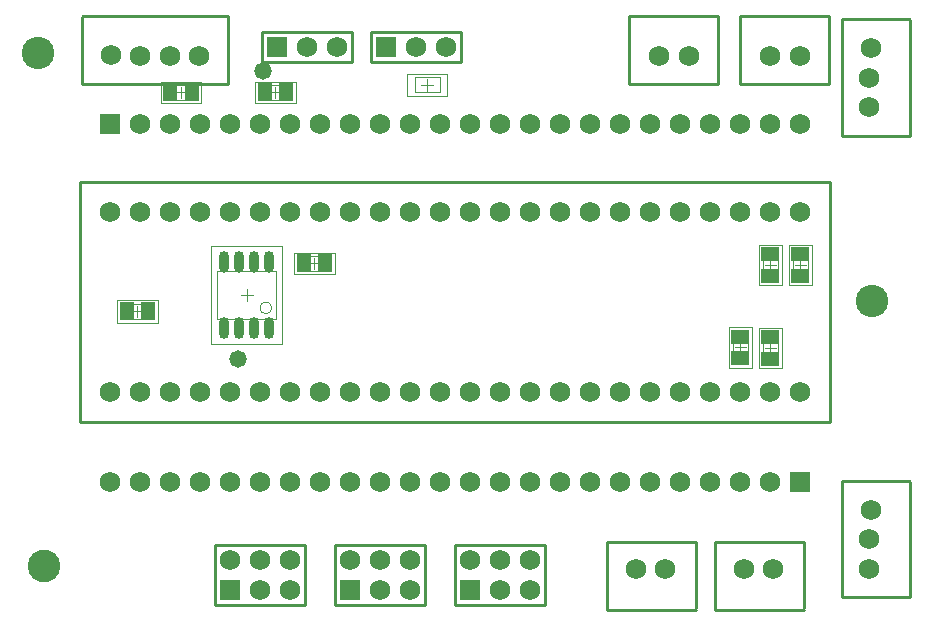
<source format=gbs>
G04*
G04 #@! TF.GenerationSoftware,Altium Limited,Altium Designer,19.1.8 (144)*
G04*
G04 Layer_Color=16711935*
%FSLAX25Y25*%
%MOIN*%
G70*
G01*
G75*
%ADD11C,0.01000*%
%ADD12C,0.00394*%
%ADD13C,0.00197*%
%ADD15R,0.04934X0.06312*%
%ADD16C,0.06800*%
%ADD17R,0.06800X0.06800*%
%ADD18C,0.10800*%
%ADD19O,0.10800X0.10848*%
%ADD20C,0.05800*%
%ADD32R,0.04934X0.05918*%
%ADD33R,0.06312X0.04934*%
%ADD34O,0.03359X0.07296*%
D11*
X26000Y70000D02*
Y150000D01*
Y70000D02*
X276000D01*
X26000Y150000D02*
X276000D01*
Y70000D02*
Y150000D01*
X279748Y50488D02*
X302189D01*
X302386Y50291D01*
Y11709D02*
Y50291D01*
X279748Y11709D02*
X302386D01*
X279748D02*
Y50488D01*
Y165551D02*
Y204331D01*
Y165551D02*
X302386D01*
Y204134D01*
X302189Y204331D02*
X302386Y204134D01*
X279748Y204331D02*
X302189D01*
X245843Y183000D02*
Y205000D01*
Y205386D02*
X275488D01*
Y182748D02*
Y205386D01*
X245843Y182748D02*
X275488D01*
X231157Y8000D02*
Y30000D01*
X201512Y7614D02*
X231157D01*
X201512D02*
Y30252D01*
X231157D01*
X208842Y182748D02*
X238488D01*
Y205386D01*
X208842D02*
X238488D01*
X208842Y183000D02*
Y205000D01*
X26512Y182748D02*
Y205189D01*
X26709Y205386D01*
X75134D01*
Y182748D02*
Y205386D01*
X26512Y182748D02*
X75134D01*
X26512D02*
Y192394D01*
X237512Y30252D02*
X267158D01*
X237512Y7614D02*
Y30252D01*
Y7614D02*
X267158D01*
Y8000D02*
Y30000D01*
X153000Y190000D02*
Y200000D01*
X122999D02*
X153000D01*
X122999Y190000D02*
Y200000D01*
Y190000D02*
X153000D01*
X116500D02*
Y200000D01*
X86499D02*
X116500D01*
X86499Y190000D02*
Y200000D01*
Y190000D02*
X116500D01*
X181000Y9000D02*
Y19000D01*
X150999Y9000D02*
Y19000D01*
Y9000D02*
X181000D01*
Y19000D02*
Y29000D01*
X150999D02*
X181000D01*
X150999Y19000D02*
Y29000D01*
X101000Y9000D02*
Y19000D01*
X70999Y9000D02*
Y19000D01*
Y9000D02*
X101000D01*
Y19000D02*
Y29000D01*
X70999D02*
X101000D01*
X70999Y19000D02*
Y29000D01*
X141000Y9000D02*
Y19000D01*
X110999Y9000D02*
Y19000D01*
Y9000D02*
X141000D01*
Y19000D02*
Y29000D01*
X110999D02*
X141000D01*
X110999Y19000D02*
Y29000D01*
D12*
X89768Y108169D02*
G03*
X89768Y108169I-1969J0D01*
G01*
X55409Y177520D02*
Y182480D01*
X63874D01*
X55409Y177520D02*
X63874D01*
Y182480D01*
X86768Y177520D02*
Y182480D01*
Y177520D02*
X95232D01*
X86768Y182480D02*
X95232D01*
Y177520D02*
Y182480D01*
X253520Y118268D02*
Y126732D01*
X258480Y118268D02*
Y126732D01*
X253520D02*
X258480D01*
X253520Y118268D02*
X258480D01*
X243520Y90768D02*
Y99232D01*
X248480Y90768D02*
Y99232D01*
X243520D02*
X248480D01*
X243520Y90768D02*
X248480D01*
X258480Y90626D02*
Y99090D01*
X253520Y90626D02*
Y99090D01*
Y90626D02*
X258480D01*
X253520Y99090D02*
X258480D01*
X268480Y118126D02*
Y126591D01*
X263520Y118126D02*
Y126591D01*
Y118126D02*
X268480D01*
X263520Y126591D02*
X268480D01*
X49232Y104520D02*
Y109480D01*
X40768Y104520D02*
X49232D01*
X40768D02*
Y109480D01*
X49232D01*
X99768Y120520D02*
Y125480D01*
Y120520D02*
X108232D01*
X99768Y125480D02*
X108232D01*
Y120520D02*
Y125480D01*
X71658Y104626D02*
Y120374D01*
X91343D01*
X71658Y104626D02*
X91343D01*
Y120374D01*
X137409Y180020D02*
Y184980D01*
X145874Y180020D02*
Y184980D01*
X137409D02*
X145874D01*
X137409Y180020D02*
X145874D01*
X59642Y178032D02*
Y181968D01*
X57673Y180000D02*
X61610D01*
X91000Y178032D02*
Y181968D01*
X89031Y180000D02*
X92968D01*
X254031Y122500D02*
X257968D01*
X256000Y120531D02*
Y124469D01*
X244032Y95000D02*
X247969D01*
X246000Y93032D02*
Y96969D01*
X254031Y94858D02*
X257968D01*
X256000Y92890D02*
Y96827D01*
X264032Y122358D02*
X267969D01*
X266000Y120390D02*
Y124327D01*
X43031Y107000D02*
X46968D01*
X45000Y105032D02*
Y108968D01*
X102032Y123000D02*
X105968D01*
X104000Y121031D02*
Y124969D01*
X81500Y110531D02*
Y114469D01*
X79532Y112500D02*
X83469D01*
X139673Y182500D02*
X143610D01*
X141642Y180532D02*
Y184468D01*
D13*
X52949Y183543D02*
X66335D01*
Y176457D02*
Y183543D01*
X52949Y176457D02*
Y183543D01*
Y176457D02*
X66335D01*
X84307D02*
X97693D01*
X84307D02*
Y183543D01*
X97693Y176457D02*
Y183543D01*
X84307D02*
X97693D01*
X252260Y115807D02*
Y129193D01*
X259740Y115807D02*
Y129193D01*
X252260D02*
X259740D01*
X252260Y115807D02*
X259740D01*
X242260Y88307D02*
Y101693D01*
X249740Y88307D02*
Y101693D01*
X242260D02*
X249740D01*
X242260Y88307D02*
X249740D01*
X259740Y88165D02*
Y101551D01*
X252260Y88165D02*
Y101551D01*
Y88165D02*
X259740D01*
X252260Y101551D02*
X259740D01*
X269740Y115665D02*
Y129051D01*
X262260Y115665D02*
Y129051D01*
Y115665D02*
X269740D01*
X262260Y129051D02*
X269740D01*
X51693Y103260D02*
Y110740D01*
X38307Y103260D02*
X51693D01*
X38307Y110740D02*
X51693D01*
X38307Y103260D02*
Y110740D01*
X97307Y119457D02*
X110693D01*
X97307D02*
Y126543D01*
X110693Y119457D02*
Y126543D01*
X97307D02*
X110693D01*
X69689Y96161D02*
Y128839D01*
X93311D01*
X69689Y96161D02*
X93311D01*
Y128839D01*
X134949Y178760D02*
Y186240D01*
X148335Y178760D02*
Y186240D01*
X134949D02*
X148335D01*
X134949Y178760D02*
X148335D01*
D15*
X48642Y107000D02*
D03*
X41358D02*
D03*
D16*
X289000Y21158D02*
D03*
Y31000D02*
D03*
X289394Y40843D02*
D03*
Y194685D02*
D03*
X289000Y184843D02*
D03*
Y175000D02*
D03*
X265843Y192000D02*
D03*
X256000D02*
D03*
X211157Y21000D02*
D03*
X221000D02*
D03*
X56000Y80000D02*
D03*
X76000D02*
D03*
X66000D02*
D03*
X46000D02*
D03*
X36000D02*
D03*
X106000D02*
D03*
X96000D02*
D03*
X86000D02*
D03*
X126000D02*
D03*
X116000D02*
D03*
X46000Y140000D02*
D03*
X36000D02*
D03*
X66000D02*
D03*
X56000D02*
D03*
X86000D02*
D03*
X76000D02*
D03*
X106000D02*
D03*
X96000D02*
D03*
X126000D02*
D03*
X116000D02*
D03*
X176000Y80000D02*
D03*
X196000D02*
D03*
X186000D02*
D03*
X146000D02*
D03*
X136000D02*
D03*
X166000D02*
D03*
X156000D02*
D03*
X216000D02*
D03*
X206000D02*
D03*
X236000D02*
D03*
X226000D02*
D03*
X266000D02*
D03*
X246000D02*
D03*
X176000Y140000D02*
D03*
X196000D02*
D03*
X186000D02*
D03*
X146000D02*
D03*
X136000D02*
D03*
X166000D02*
D03*
X156000D02*
D03*
X216000D02*
D03*
X206000D02*
D03*
X256000Y80000D02*
D03*
X226000Y140000D02*
D03*
X246000D02*
D03*
X236000D02*
D03*
X266000D02*
D03*
X256000D02*
D03*
X219000Y192000D02*
D03*
X228842D02*
D03*
X65685D02*
D03*
X55843D02*
D03*
X46000D02*
D03*
X36158Y192394D02*
D03*
X257000Y21000D02*
D03*
X247158D02*
D03*
X256000Y169500D02*
D03*
X246000D02*
D03*
X236000D02*
D03*
X226000D02*
D03*
X186000D02*
D03*
X196000D02*
D03*
X206000D02*
D03*
X216000D02*
D03*
X146000D02*
D03*
X156000D02*
D03*
X166000D02*
D03*
X176000D02*
D03*
X106000D02*
D03*
X116000D02*
D03*
X126000D02*
D03*
X136000D02*
D03*
X66000D02*
D03*
X56000D02*
D03*
X46000D02*
D03*
X96000D02*
D03*
X86000D02*
D03*
X76000D02*
D03*
X266000D02*
D03*
X138000Y195000D02*
D03*
X148000D02*
D03*
X101500D02*
D03*
X111500D02*
D03*
X46000Y50000D02*
D03*
X56000D02*
D03*
X66000D02*
D03*
X76000D02*
D03*
X116000D02*
D03*
X106000D02*
D03*
X96000D02*
D03*
X86000D02*
D03*
X156000D02*
D03*
X146000D02*
D03*
X136000D02*
D03*
X126000D02*
D03*
X196000D02*
D03*
X186000D02*
D03*
X176000D02*
D03*
X166000D02*
D03*
X236000D02*
D03*
X246000D02*
D03*
X256000D02*
D03*
X206000D02*
D03*
X216000D02*
D03*
X226000D02*
D03*
X36000D02*
D03*
X166000Y14000D02*
D03*
X176000D02*
D03*
X156000Y24000D02*
D03*
X166000D02*
D03*
X176000D02*
D03*
X86000Y14000D02*
D03*
X96000D02*
D03*
X76000Y24000D02*
D03*
X86000D02*
D03*
X96000D02*
D03*
X126000Y14000D02*
D03*
X136000D02*
D03*
X116000Y24000D02*
D03*
X126000D02*
D03*
X136000D02*
D03*
D17*
X36000Y169500D02*
D03*
X128000Y195000D02*
D03*
X91500D02*
D03*
X266000Y50000D02*
D03*
X156000Y14000D02*
D03*
X76000D02*
D03*
X116000D02*
D03*
D18*
X12000Y193000D02*
D03*
X290000Y110500D02*
D03*
D19*
X14000Y22000D02*
D03*
D20*
X87000Y187000D02*
D03*
X78500Y91000D02*
D03*
D32*
X63283Y180000D02*
D03*
X56000D02*
D03*
X87358D02*
D03*
X94642D02*
D03*
X100358Y123000D02*
D03*
X107642D02*
D03*
D33*
X256000Y126142D02*
D03*
Y118858D02*
D03*
X246000Y98642D02*
D03*
Y91358D02*
D03*
X256000Y91216D02*
D03*
Y98500D02*
D03*
X266000Y118717D02*
D03*
Y126000D02*
D03*
D34*
X74000Y123622D02*
D03*
X79000D02*
D03*
X84000D02*
D03*
X79000Y101378D02*
D03*
X84000D02*
D03*
X74000D02*
D03*
X89000Y123622D02*
D03*
Y101378D02*
D03*
M02*

</source>
